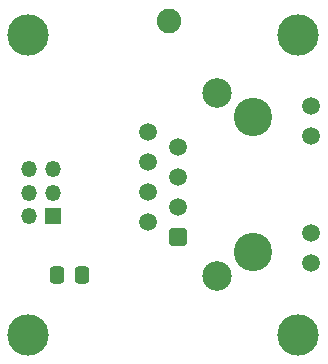
<source format=gbr>
%TF.GenerationSoftware,KiCad,Pcbnew,(6.0.9)*%
%TF.CreationDate,2023-02-20T13:31:34+11:00*%
%TF.ProjectId,PHY,5048592e-6b69-4636-9164-5f7063625858,rev?*%
%TF.SameCoordinates,Original*%
%TF.FileFunction,Soldermask,Top*%
%TF.FilePolarity,Negative*%
%FSLAX46Y46*%
G04 Gerber Fmt 4.6, Leading zero omitted, Abs format (unit mm)*
G04 Created by KiCad (PCBNEW (6.0.9)) date 2023-02-20 13:31:34*
%MOMM*%
%LPD*%
G01*
G04 APERTURE LIST*
G04 Aperture macros list*
%AMRoundRect*
0 Rectangle with rounded corners*
0 $1 Rounding radius*
0 $2 $3 $4 $5 $6 $7 $8 $9 X,Y pos of 4 corners*
0 Add a 4 corners polygon primitive as box body*
4,1,4,$2,$3,$4,$5,$6,$7,$8,$9,$2,$3,0*
0 Add four circle primitives for the rounded corners*
1,1,$1+$1,$2,$3*
1,1,$1+$1,$4,$5*
1,1,$1+$1,$6,$7*
1,1,$1+$1,$8,$9*
0 Add four rect primitives between the rounded corners*
20,1,$1+$1,$2,$3,$4,$5,0*
20,1,$1+$1,$4,$5,$6,$7,0*
20,1,$1+$1,$6,$7,$8,$9,0*
20,1,$1+$1,$8,$9,$2,$3,0*%
G04 Aperture macros list end*
%ADD10C,2.082800*%
%ADD11R,1.350000X1.350000*%
%ADD12O,1.350000X1.350000*%
%ADD13C,3.500001*%
%ADD14RoundRect,0.250000X0.337500X0.475000X-0.337500X0.475000X-0.337500X-0.475000X0.337500X-0.475000X0*%
%ADD15C,2.500000*%
%ADD16C,1.500000*%
%ADD17RoundRect,0.250500X0.499500X-0.499500X0.499500X0.499500X-0.499500X0.499500X-0.499500X-0.499500X0*%
%ADD18C,3.250000*%
G04 APERTURE END LIST*
D10*
%TO.C,J3*%
X123621800Y-73761600D03*
%TD*%
D11*
%TO.C,J1*%
X113801400Y-90315800D03*
D12*
X111801400Y-90315800D03*
X113801400Y-88315800D03*
X111801400Y-88315800D03*
X113801400Y-86315800D03*
X111801400Y-86315800D03*
%TD*%
D13*
%TO.C,H4*%
X111760000Y-74930000D03*
%TD*%
%TO.C,H3*%
X111760000Y-100330000D03*
%TD*%
D14*
%TO.C,C1*%
X114176900Y-95250000D03*
X116251900Y-95250000D03*
%TD*%
D15*
%TO.C,J2*%
X127750000Y-95380000D03*
X127750000Y-79890000D03*
D16*
X135700000Y-81010000D03*
X135700000Y-83550000D03*
X135700000Y-91720000D03*
X135700000Y-94260000D03*
X121900000Y-83195000D03*
X124440000Y-84455000D03*
X121900000Y-85735000D03*
X124440000Y-86995000D03*
X121900000Y-88275000D03*
X124440000Y-89535000D03*
X121900000Y-90815000D03*
D17*
X124440000Y-92075000D03*
D18*
X130800000Y-93350000D03*
X130800000Y-81920000D03*
%TD*%
D13*
%TO.C,H2*%
X134620000Y-100330000D03*
%TD*%
%TO.C,H1*%
X134620000Y-74930000D03*
%TD*%
M02*

</source>
